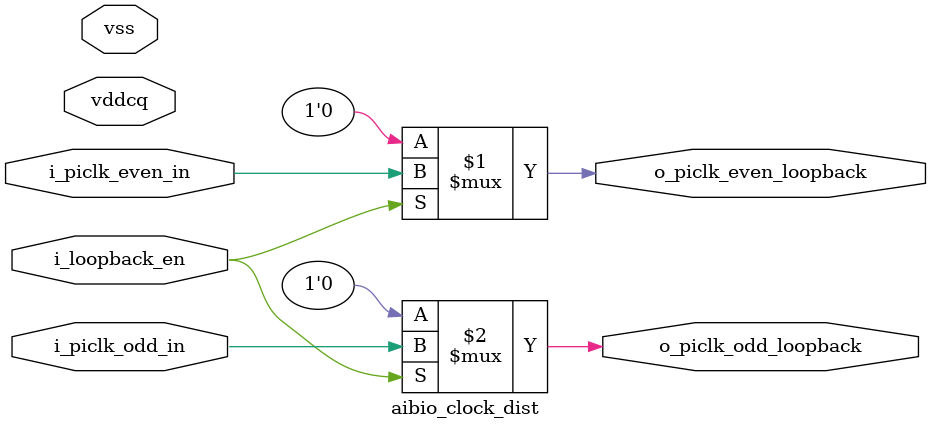
<source format=sv>
`timescale 1ps/1fs

module aibio_clock_dist
		(
		//---------Supply pins------------//
		input vddcq,
		input vss,
		//---------Input pins------------//
		input i_piclk_even_in,
		input i_piclk_odd_in,
		input i_loopback_en,
		//---------Output pins----------//
		output o_piclk_even_loopback,
		output o_piclk_odd_loopback
		);

assign o_piclk_even_loopback = i_loopback_en ? i_piclk_even_in : 1'b0;
assign o_piclk_odd_loopback = i_loopback_en ? i_piclk_odd_in : 1'b0;

endmodule

</source>
